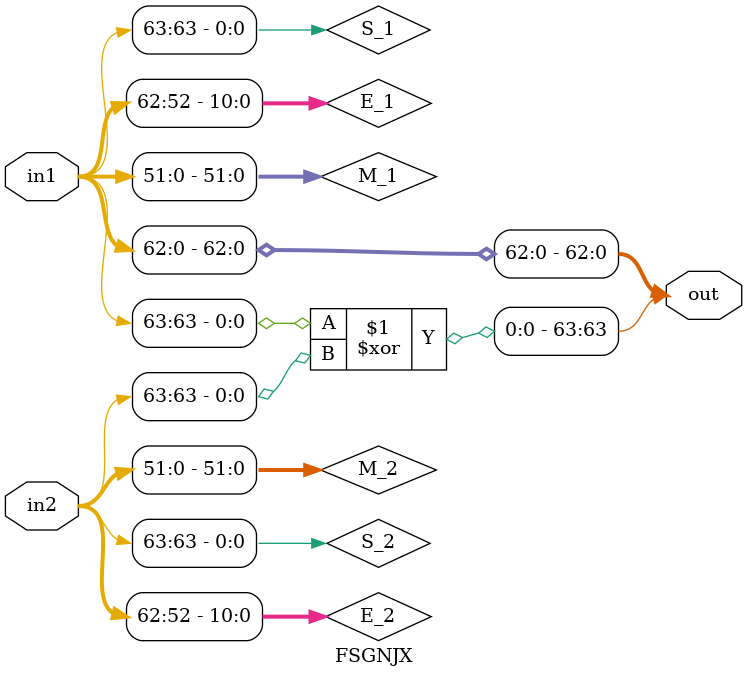
<source format=v>
module FSGNJX #(
    parameter BUS_WIDTH = 64
) (
    input  [BUS_WIDTH-1:0] in1,
    input  [BUS_WIDTH-1:0] in2,
    output [BUS_WIDTH-1:0] out
);

  // Main parameters
  localparam MANTISSA_SIZE = (BUS_WIDTH == 64) ? 52 : 23;
  localparam EXPONENT_SIZE = (BUS_WIDTH == 64) ? 11 : 8;
  localparam BIAS = (BUS_WIDTH == 64) ? 1023 : 127;

  localparam IS_NAN = (BUS_WIDTH == 64) ? 11'h7FF : 8'hFF;
  localparam NAN = (BUS_WIDTH == 64) ? 64'h7ff8000000000000 : 32'h7fc00000;


  // Extracting Sign, Exponent, Mantissa
  wire [MANTISSA_SIZE-1:0] M_1;
  wire [MANTISSA_SIZE-1:0] M_2;
  wire [EXPONENT_SIZE-1:0] E_1;
  wire [EXPONENT_SIZE-1:0] E_2;
  wire S_1;
  wire S_2;

  assign M_1 = in1[MANTISSA_SIZE-1:0];
  assign M_2 = in2[MANTISSA_SIZE-1:0];

  assign E_1 = in1[BUS_WIDTH-2:MANTISSA_SIZE];
  assign E_2 = in2[BUS_WIDTH-2:MANTISSA_SIZE];

  assign S_1 = in1[BUS_WIDTH-1];
  assign S_2 = in2[BUS_WIDTH-1];

  //wire is_nan_B = (E_2 == IS_NAN & |M_2);

  //assign out = (is_nan_B) ? (in1) : {S_1^S_2, in1[BUS_WIDTH-2:0]};
  assign out = {S_1^S_2, in1[BUS_WIDTH-2:0]};
endmodule

</source>
